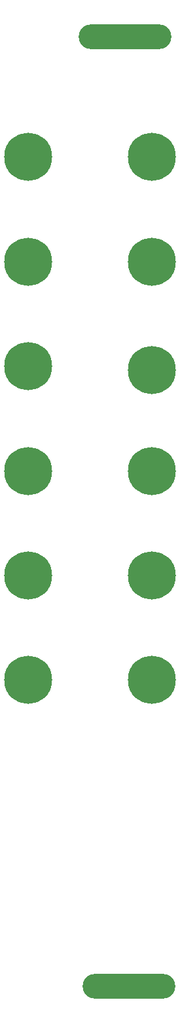
<source format=gts>
%TF.GenerationSoftware,KiCad,Pcbnew,(6.0.1)*%
%TF.CreationDate,2022-10-04T07:06:23-04:00*%
%TF.ProjectId,SYNTH-MIXER5-01_PANEL,53594e54-482d-44d4-9958-4552352d3031,1*%
%TF.SameCoordinates,Original*%
%TF.FileFunction,Soldermask,Top*%
%TF.FilePolarity,Negative*%
%FSLAX46Y46*%
G04 Gerber Fmt 4.6, Leading zero omitted, Abs format (unit mm)*
G04 Created by KiCad (PCBNEW (6.0.1)) date 2022-10-04 07:06:23*
%MOMM*%
%LPD*%
G01*
G04 APERTURE LIST*
%ADD10C,6.200000*%
%ADD11O,12.000000X3.200000*%
G04 APERTURE END LIST*
D10*
%TO.C,*%
X47000000Y-86000000D03*
%TD*%
%TO.C,*%
X47000000Y-45500000D03*
%TD*%
%TO.C,*%
X63000000Y-72500000D03*
%TD*%
%TO.C,*%
X63000000Y-46000000D03*
%TD*%
%TO.C,*%
X47000000Y-18500000D03*
%TD*%
%TO.C,*%
X47000000Y-32000000D03*
%TD*%
D11*
%TO.C,*%
X59500000Y-3000000D03*
X59500000Y-3000000D03*
X59500000Y-3000000D03*
%TD*%
%TO.C,*%
X60000000Y-125500000D03*
X60000000Y-125500000D03*
X60000000Y-125500000D03*
%TD*%
D10*
%TO.C,*%
X63000000Y-18500000D03*
%TD*%
%TO.C,*%
X63000000Y-32000000D03*
%TD*%
%TO.C,*%
X63000000Y-86000000D03*
%TD*%
%TO.C,*%
X47000000Y-59000000D03*
%TD*%
%TO.C,*%
X47000000Y-72500000D03*
%TD*%
%TO.C,*%
X63000000Y-59000000D03*
%TD*%
M02*

</source>
